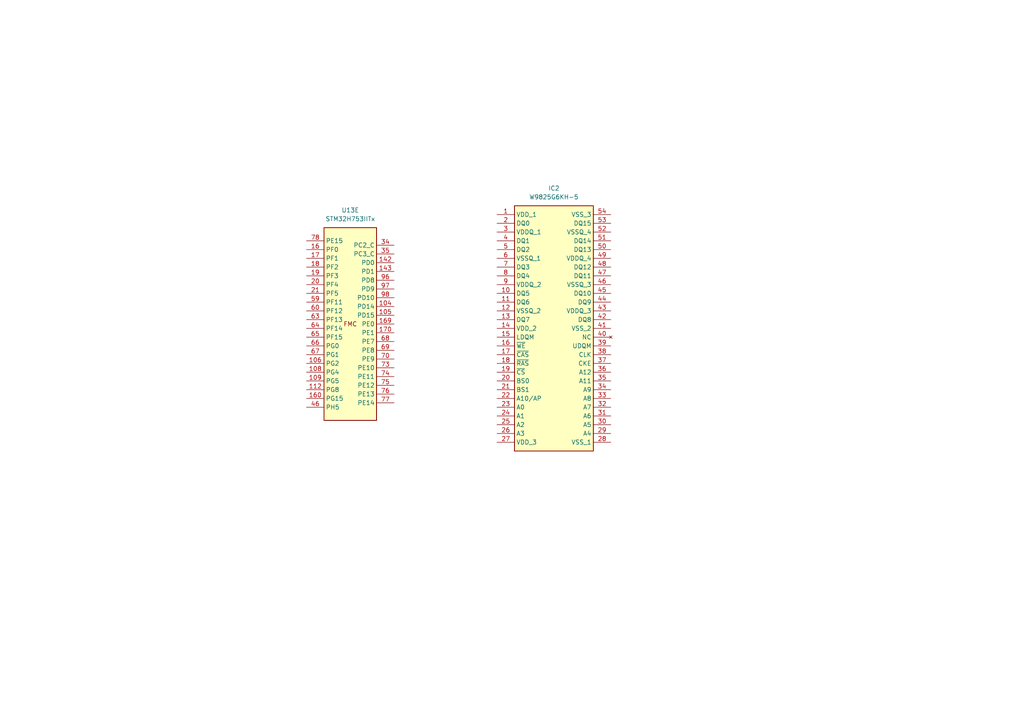
<source format=kicad_sch>
(kicad_sch (version 20231120) (generator "eeschema") (generator_version "8.0")
  (paper "A4")
  (lib_symbols
    (symbol "W9825G6KH-5:W9825G6KH-5"
      (property "Reference" "IC" (at 29.21 7.62 0))
      (property "Value" "W9825G6KH-5" (at 29.21 5.08 0))
      (symbol "W9825G6KH-5_1_1"
        (rectangle (start 5.08 2.54) (end 27.94 -68.58) (stroke (width 0.254)) (fill (type background)))
        (pin passive line (at 0 0 0) (length 5.08) (name "VDD_1") (number "1"))
        (pin passive line (at 0 -22.86 0) (length 5.08) (name "DQ5") (number "10"))
        (pin passive line (at 0 -25.4 0) (length 5.08) (name "DQ6") (number "11"))
        (pin passive line (at 0 -27.94 0) (length 5.08) (name "VSSQ_2") (number "12"))
        (pin passive line (at 0 -30.48 0) (length 5.08) (name "DQ7") (number "13"))
        (pin passive line (at 0 -33.02 0) (length 5.08) (name "VDD_2") (number "14"))
        (pin passive line (at 0 -35.56 0) (length 5.08) (name "LDQM") (number "15"))
        (pin passive line (at 0 -38.1 0) (length 5.08) (name "~{WE}") (number "16"))
        (pin passive line (at 0 -40.64 0) (length 5.08) (name "~{CAS}") (number "17"))
        (pin passive line (at 0 -43.18 0) (length 5.08) (name "~{RAS}") (number "18"))
        (pin passive line (at 0 -45.72 0) (length 5.08) (name "~{CS}") (number "19"))
        (pin passive line (at 0 -2.54 0) (length 5.08) (name "DQ0") (number "2"))
        (pin passive line (at 0 -48.26 0) (length 5.08) (name "BS0") (number "20"))
        (pin passive line (at 0 -50.8 0) (length 5.08) (name "BS1") (number "21"))
        (pin passive line (at 0 -53.34 0) (length 5.08) (name "A10/AP") (number "22"))
        (pin passive line (at 0 -55.88 0) (length 5.08) (name "A0") (number "23"))
        (pin passive line (at 0 -58.42 0) (length 5.08) (name "A1") (number "24"))
        (pin passive line (at 0 -60.96 0) (length 5.08) (name "A2") (number "25"))
        (pin passive line (at 0 -63.5 0) (length 5.08) (name "A3") (number "26"))
        (pin passive line (at 0 -66.04 0) (length 5.08) (name "VDD_3") (number "27"))
        (pin passive line (at 33.02 -66.04 180) (length 5.08) (name "VSS_1") (number "28"))
        (pin passive line (at 33.02 -63.5 180) (length 5.08) (name "A4") (number "29"))
        (pin passive line (at 0 -5.08 0) (length 5.08) (name "VDDQ_1") (number "3"))
        (pin passive line (at 33.02 -60.96 180) (length 5.08) (name "A5") (number "30"))
        (pin passive line (at 33.02 -58.42 180) (length 5.08) (name "A6") (number "31"))
        (pin passive line (at 33.02 -55.88 180) (length 5.08) (name "A7") (number "32"))
        (pin passive line (at 33.02 -53.34 180) (length 5.08) (name "A8") (number "33"))
        (pin passive line (at 33.02 -50.8 180) (length 5.08) (name "A9") (number "34"))
        (pin passive line (at 33.02 -48.26 180) (length 5.08) (name "A11") (number "35"))
        (pin passive line (at 33.02 -45.72 180) (length 5.08) (name "A12") (number "36"))
        (pin passive line (at 33.02 -43.18 180) (length 5.08) (name "CKE") (number "37"))
        (pin passive line (at 33.02 -40.64 180) (length 5.08) (name "CLK") (number "38"))
        (pin passive line (at 33.02 -38.1 180) (length 5.08) (name "UDQM") (number "39"))
        (pin passive line (at 0 -7.62 0) (length 5.08) (name "DQ1") (number "4"))
        (pin no_connect line (at 33.02 -35.56 180) (length 5.08) (name "NC") (number "40"))
        (pin passive line (at 33.02 -33.02 180) (length 5.08) (name "VSS_2") (number "41"))
        (pin passive line (at 33.02 -30.48 180) (length 5.08) (name "DQ8") (number "42"))
        (pin passive line (at 33.02 -27.94 180) (length 5.08) (name "VDDQ_3") (number "43"))
        (pin passive line (at 33.02 -25.4 180) (length 5.08) (name "DQ9") (number "44"))
        (pin passive line (at 33.02 -22.86 180) (length 5.08) (name "DQ10") (number "45"))
        (pin passive line (at 33.02 -20.32 180) (length 5.08) (name "VSSQ_3") (number "46"))
        (pin passive line (at 33.02 -17.78 180) (length 5.08) (name "DQ11") (number "47"))
        (pin passive line (at 33.02 -15.24 180) (length 5.08) (name "DQ12") (number "48"))
        (pin passive line (at 33.02 -12.7 180) (length 5.08) (name "VDDQ_4") (number "49"))
        (pin passive line (at 0 -10.16 0) (length 5.08) (name "DQ2") (number "5"))
        (pin passive line (at 33.02 -10.16 180) (length 5.08) (name "DQ13") (number "50"))
        (pin passive line (at 33.02 -7.62 180) (length 5.08) (name "DQ14") (number "51"))
        (pin passive line (at 33.02 -5.08 180) (length 5.08) (name "VSSQ_4") (number "52"))
        (pin passive line (at 33.02 -2.54 180) (length 5.08) (name "DQ15") (number "53"))
        (pin passive line (at 33.02 0 180) (length 5.08) (name "VSS_3") (number "54"))
        (pin passive line (at 0 -12.7 0) (length 5.08) (name "VSSQ_1") (number "6"))
        (pin passive line (at 0 -15.24 0) (length 5.08) (name "DQ3") (number "7"))
        (pin passive line (at 0 -17.78 0) (length 5.08) (name "DQ4") (number "8"))
        (pin passive line (at 0 -20.32 0) (length 5.08) (name "VDDQ_2") (number "9"))
      )
    )
    (symbol "charger:STM32H753IITx"
      (property "Reference" "U" (at -11.684 0.762 0))
      (property "Value" "STM32H753IITx" (at -23.114 -2.54 0))
      (symbol "STM32H753IITx_1_1"
        (rectangle (start 10.16 25.4) (end -10.16 -25.4) (stroke (width 0.254)) (fill (type background)))
        (pin passive line (at -15.24 1.27 0) (length 5.08) hide (name "VSS") (number "102"))
        (pin power_in line (at 15.24 -2.54 180) (length 5.08) (name "VDD") (number "103"))
        (pin passive line (at -15.24 1.27 0) (length 5.08) hide (name "VSS") (number "113"))
        (pin power_in line (at 15.24 -17.78 180) (length 5.08) (name "VDD33_USB") (number "114"))
        (pin passive line (at -15.24 1.27 0) (length 5.08) hide (name "VSS") (number "126"))
        (pin power_in line (at 15.24 -5.08 180) (length 5.08) (name "VDD") (number "127"))
        (pin passive line (at -15.24 1.27 0) (length 5.08) hide (name "VSS") (number "135"))
        (pin power_in line (at 15.24 -7.62 180) (length 5.08) (name "VDD") (number "136"))
        (pin power_in line (at -15.24 1.27 0) (length 5.08) (name "VSS") (number "14"))
        (pin passive line (at -15.24 1.27 0) (length 5.08) hide (name "VSS") (number "148"))
        (pin power_in line (at 15.24 -10.16 180) (length 5.08) (name "VDD") (number "149"))
        (pin power_in line (at 15.24 17.78 180) (length 5.08) (name "VDD") (number "15"))
        (pin passive line (at -15.24 1.27 0) (length 5.08) hide (name "VSS") (number "158"))
        (pin power_in line (at 15.24 -12.7 180) (length 5.08) (name "VDD") (number "159"))
        (pin power_in line (at 15.24 -15.24 180) (length 5.08) (name "VDD") (number "172"))
        (pin passive line (at -15.24 1.27 0) (length 5.08) hide (name "VSS") (number "22"))
        (pin power_in line (at 15.24 15.24 180) (length 5.08) (name "VDD") (number "23"))
        (pin power_in line (at 15.24 12.7 180) (length 5.08) (name "VDD") (number "36"))
        (pin power_in line (at -15.24 -1.27 0) (length 5.08) (name "VSSA") (number "37"))
        (pin power_in line (at 15.24 -20.32 180) (length 5.08) (name "VDDA") (number "39"))
        (pin passive line (at -15.24 1.27 0) (length 5.08) hide (name "VSS") (number "48"))
        (pin power_in line (at 15.24 10.16 180) (length 5.08) (name "VDD") (number "49"))
        (pin power_in line (at 15.24 20.32 180) (length 5.08) (name "VBAT") (number "6"))
        (pin passive line (at -15.24 1.27 0) (length 5.08) hide (name "VSS") (number "61"))
        (pin power_in line (at 15.24 7.62 180) (length 5.08) (name "VDD") (number "62"))
        (pin passive line (at -15.24 1.27 0) (length 5.08) hide (name "VSS") (number "71"))
        (pin power_in line (at 15.24 5.08 180) (length 5.08) (name "VDD") (number "72"))
        (pin power_in line (at 15.24 2.54 180) (length 5.08) (name "VDD") (number "82"))
        (pin passive line (at -15.24 1.27 0) (length 5.08) hide (name "VSS") (number "90"))
        (pin power_in line (at 15.24 0 180) (length 5.08) (name "VDD") (number "91"))
      )
      (symbol "STM32H753IITx_2_1"
        (rectangle (start -30.48 77.47) (end 30.48 -77.47) (stroke (width 0.254)) (fill (type background)))
        (pin bidirectional line (at 35.56 -71.12 180) (length 5.08) (name "PE2") (number "1"))
        (pin bidirectional line (at 35.56 -17.78 180) (length 5.08) (name "PC15") (number "10"))
        (pin bidirectional line (at 35.56 -53.34 180) (length 5.08) (name "PD12") (number "100"))
        (pin bidirectional line (at 35.56 -55.88 180) (length 5.08) (name "PD13") (number "101"))
        (pin bidirectional line (at -35.56 2.54 0) (length 5.08) (name "PG3") (number "107"))
        (pin bidirectional line (at 35.56 5.08 180) (length 5.08) (name "PC6") (number "115"))
        (pin bidirectional line (at 35.56 2.54 180) (length 5.08) (name "PC7") (number "116"))
        (pin bidirectional line (at 35.56 0 180) (length 5.08) (name "PC8") (number "117"))
        (pin bidirectional line (at -35.56 15.24 0) (length 5.08) (name "PH15") (number "130"))
        (pin bidirectional line (at -35.56 69.85 0) (length 5.08) (name "PI0") (number "131"))
        (pin bidirectional line (at -35.56 67.31 0) (length 5.08) (name "PI1") (number "132"))
        (pin bidirectional line (at -35.56 62.23 0) (length 5.08) (name "PI3") (number "134"))
        (pin bidirectional line (at 35.56 40.64 180) (length 5.08) (name "PA15") (number "138"))
        (pin bidirectional line (at 35.56 -5.08 180) (length 5.08) (name "PC10") (number "139"))
        (pin bidirectional line (at 35.56 -7.62 180) (length 5.08) (name "PC11") (number "140"))
        (pin bidirectional line (at 35.56 -30.48 180) (length 5.08) (name "PD3") (number "145"))
        (pin bidirectional line (at 35.56 -33.02 180) (length 5.08) (name "PD4") (number "146"))
        (pin bidirectional line (at 35.56 -40.64 180) (length 5.08) (name "PD7") (number "151"))
        (pin bidirectional line (at -35.56 -12.7 0) (length 5.08) (name "PG9") (number "152"))
        (pin bidirectional line (at -35.56 -15.24 0) (length 5.08) (name "PG10") (number "153"))
        (pin bidirectional line (at -35.56 -17.78 0) (length 5.08) (name "PG11") (number "154"))
        (pin bidirectional line (at -35.56 -22.86 0) (length 5.08) (name "PG13") (number "156"))
        (pin bidirectional line (at -35.56 -25.4 0) (length 5.08) (name "PG14") (number "157"))
        (pin bidirectional line (at 35.56 25.4 180) (length 5.08) (name "PB4") (number "162"))
        (pin bidirectional line (at 35.56 22.86 180) (length 5.08) (name "PB5") (number "163"))
        (pin bidirectional line (at 35.56 20.32 180) (length 5.08) (name "PB6") (number "164"))
        (pin bidirectional line (at 35.56 17.78 180) (length 5.08) (name "PB7") (number "165"))
        (pin bidirectional line (at -35.56 54.61 0) (length 5.08) (name "PI6") (number "175"))
        (pin bidirectional line (at -35.56 52.07 0) (length 5.08) (name "PI7") (number "176"))
        (pin bidirectional line (at 35.56 -73.66 180) (length 5.08) (name "PE3") (number "2"))
        (pin bidirectional line (at -35.56 -48.26 0) (length 5.08) (name "PF6") (number "24"))
        (pin bidirectional line (at -35.56 -50.8 0) (length 5.08) (name "PF7") (number "25"))
        (pin bidirectional line (at -35.56 -53.34 0) (length 5.08) (name "PF8") (number "26"))
        (pin bidirectional line (at -35.56 -55.88 0) (length 5.08) (name "PF9") (number "27"))
        (pin bidirectional line (at -35.56 46.99 0) (length 5.08) (name "PH0") (number "29"))
        (pin bidirectional line (at -35.56 44.45 0) (length 5.08) (name "PH1") (number "30"))
        (pin bidirectional line (at 35.56 30.48 180) (length 5.08) (name "PB2") (number "58"))
        (pin bidirectional line (at -35.56 49.53 0) (length 5.08) (name "PI8") (number "7"))
        (pin bidirectional line (at 35.56 -12.7 180) (length 5.08) (name "PC13") (number "8"))
        (pin bidirectional line (at -35.56 38.1 0) (length 5.08) (name "PH6") (number "83"))
        (pin bidirectional line (at -35.56 35.56 0) (length 5.08) (name "PH7") (number "84"))
        (pin bidirectional line (at -35.56 30.48 0) (length 5.08) (name "PH9") (number "86"))
        (pin bidirectional line (at -35.56 27.94 0) (length 5.08) (name "PH10") (number "87"))
        (pin bidirectional line (at -35.56 25.4 0) (length 5.08) (name "PH11") (number "88"))
        (pin bidirectional line (at -35.56 22.86 0) (length 5.08) (name "PH12") (number "89"))
        (pin bidirectional line (at 35.56 -15.24 180) (length 5.08) (name "PC14") (number "9"))
        (pin bidirectional line (at 35.56 7.62 180) (length 5.08) (name "PB15") (number "95"))
        (pin bidirectional line (at 35.56 -50.8 180) (length 5.08) (name "PD11") (number "99"))
      )
      (symbol "STM32H753IITx_3_1"
        (rectangle (start -6.35 38.1) (end 6.35 -38.1) (stroke (width 0.254)) (fill (type background)))
        (text "LTDC" (at -2.54 0 0) (effects (font (size 1.27 1.27))))
        (pin bidirectional line (at 11.43 -3.81 180) (length 5.08) (name "PG6") (number "110"))
        (pin bidirectional line (at 11.43 -6.35 180) (length 5.08) (name "PG7") (number "111"))
        (pin bidirectional line (at 11.43 8.89 180) (length 5.08) (name "PC9") (number "118"))
        (pin bidirectional line (at 11.43 26.67 180) (length 5.08) (name "PA8") (number "119"))
        (pin bidirectional line (at 11.43 -31.75 180) (length 5.08) (name "PI10") (number "12"))
        (pin bidirectional line (at 11.43 -21.59 180) (length 5.08) (name "PH14") (number "129"))
        (pin bidirectional line (at 11.43 -34.29 180) (length 5.08) (name "PI11") (number "13"))
        (pin bidirectional line (at 11.43 -24.13 180) (length 5.08) (name "PI2") (number "133"))
        (pin bidirectional line (at 11.43 -8.89 180) (length 5.08) (name "PG12") (number "155"))
        (pin bidirectional line (at 11.43 19.05 180) (length 5.08) (name "PB8") (number "167"))
        (pin bidirectional line (at 11.43 16.51 180) (length 5.08) (name "PB9") (number "168"))
        (pin bidirectional line (at 11.43 -26.67 180) (length 5.08) (name "PI4") (number "173"))
        (pin bidirectional line (at 11.43 -29.21 180) (length 5.08) (name "PI5") (number "174"))
        (pin bidirectional line (at 11.43 -1.27 180) (length 5.08) (name "PF10") (number "28"))
        (pin bidirectional line (at 11.43 6.35 180) (length 5.08) (name "PE4") (number "3"))
        (pin bidirectional line (at 11.43 11.43 180) (length 5.08) (name "PC0") (number "32"))
        (pin bidirectional line (at 11.43 3.81 180) (length 5.08) (name "PE5") (number "4"))
        (pin bidirectional line (at 11.43 -11.43 180) (length 5.08) (name "PH2") (number "43"))
        (pin bidirectional line (at 11.43 -13.97 180) (length 5.08) (name "PH3") (number "44"))
        (pin bidirectional line (at 11.43 -16.51 180) (length 5.08) (name "PH4") (number "45"))
        (pin bidirectional line (at 11.43 1.27 180) (length 5.08) (name "PE6") (number "5"))
        (pin bidirectional line (at 11.43 34.29 180) (length 5.08) (name "PA4") (number "50"))
        (pin bidirectional line (at 11.43 31.75 180) (length 5.08) (name "PA5") (number "51"))
        (pin bidirectional line (at 11.43 29.21 180) (length 5.08) (name "PA6") (number "52"))
        (pin bidirectional line (at 11.43 24.13 180) (length 5.08) (name "PB0") (number "56"))
        (pin bidirectional line (at 11.43 21.59 180) (length 5.08) (name "PB1") (number "57"))
        (pin bidirectional line (at 11.43 13.97 180) (length 5.08) (name "PB10") (number "79"))
        (pin bidirectional line (at 11.43 -19.05 180) (length 5.08) (name "PH8") (number "85"))
      )
      (symbol "STM32H753IITx_4_1"
        (rectangle (start -6.35 12.7) (end 6.35 -12.7) (stroke (width 0.254)) (fill (type background)))
        (text "ETH" (at -2.032 0 0) (effects (font (size 1.27 1.27))))
        (pin bidirectional line (at 11.43 -5.08 180) (length 5.08) (name "PC1") (number "33"))
        (pin bidirectional line (at 11.43 10.16 180) (length 5.08) (name "PA1") (number "41"))
        (pin bidirectional line (at 11.43 7.62 180) (length 5.08) (name "PA2") (number "42"))
        (pin bidirectional line (at 11.43 5.08 180) (length 5.08) (name "PA7") (number "53"))
        (pin bidirectional line (at 11.43 -7.62 180) (length 5.08) (name "PC4") (number "54"))
        (pin bidirectional line (at 11.43 -10.16 180) (length 5.08) (name "PC5") (number "55"))
        (pin bidirectional line (at 11.43 2.54 180) (length 5.08) (name "PB11") (number "80"))
        (pin bidirectional line (at 11.43 0 180) (length 5.08) (name "PB12") (number "92"))
        (pin bidirectional line (at 11.43 -2.54 180) (length 5.08) (name "PB13") (number "93"))
      )
      (symbol "STM32H753IITx_5_1"
        (rectangle (start -7.62 27.94) (end 7.62 -27.94) (stroke (width 0.254)) (fill (type background)))
        (text "FMC" (at 0 0 0) (effects (font (size 1.27 1.27))))
        (pin bidirectional line (at 12.7 5.08 180) (length 5.08) (name "PD14") (number "104"))
        (pin bidirectional line (at 12.7 2.54 180) (length 5.08) (name "PD15") (number "105"))
        (pin bidirectional line (at -12.7 -11.43 0) (length 5.08) (name "PG2") (number "106"))
        (pin bidirectional line (at -12.7 -13.97 0) (length 5.08) (name "PG4") (number "108"))
        (pin bidirectional line (at -12.7 -16.51 0) (length 5.08) (name "PG5") (number "109"))
        (pin bidirectional line (at -12.7 -19.05 0) (length 5.08) (name "PG8") (number "112"))
        (pin bidirectional line (at 12.7 17.78 180) (length 5.08) (name "PD0") (number "142"))
        (pin bidirectional line (at 12.7 15.24 180) (length 5.08) (name "PD1") (number "143"))
        (pin bidirectional line (at -12.7 21.59 0) (length 5.08) (name "PF0") (number "16"))
        (pin bidirectional line (at -12.7 -21.59 0) (length 5.08) (name "PG15") (number "160"))
        (pin bidirectional line (at 12.7 0 180) (length 5.08) (name "PE0") (number "169"))
        (pin bidirectional line (at -12.7 19.05 0) (length 5.08) (name "PF1") (number "17"))
        (pin bidirectional line (at 12.7 -2.54 180) (length 5.08) (name "PE1") (number "170"))
        (pin bidirectional line (at -12.7 16.51 0) (length 5.08) (name "PF2") (number "18"))
        (pin bidirectional line (at -12.7 13.97 0) (length 5.08) (name "PF3") (number "19"))
        (pin bidirectional line (at -12.7 11.43 0) (length 5.08) (name "PF4") (number "20"))
        (pin bidirectional line (at -12.7 8.89 0) (length 5.08) (name "PF5") (number "21"))
        (pin bidirectional line (at 12.7 22.86 180) (length 5.08) (name "PC2_C") (number "34"))
        (pin bidirectional line (at 12.7 20.32 180) (length 5.08) (name "PC3_C") (number "35"))
        (pin bidirectional line (at -12.7 -24.13 0) (length 5.08) (name "PH5") (number "46"))
        (pin bidirectional line (at -12.7 6.35 0) (length 5.08) (name "PF11") (number "59"))
        (pin bidirectional line (at -12.7 3.81 0) (length 5.08) (name "PF12") (number "60"))
        (pin bidirectional line (at -12.7 1.27 0) (length 5.08) (name "PF13") (number "63"))
        (pin bidirectional line (at -12.7 -1.27 0) (length 5.08) (name "PF14") (number "64"))
        (pin bidirectional line (at -12.7 -3.81 0) (length 5.08) (name "PF15") (number "65"))
        (pin bidirectional line (at -12.7 -6.35 0) (length 5.08) (name "PG0") (number "66"))
        (pin bidirectional line (at -12.7 -8.89 0) (length 5.08) (name "PG1") (number "67"))
        (pin bidirectional line (at 12.7 -5.08 180) (length 5.08) (name "PE7") (number "68"))
        (pin bidirectional line (at 12.7 -7.62 180) (length 5.08) (name "PE8") (number "69"))
        (pin bidirectional line (at 12.7 -10.16 180) (length 5.08) (name "PE9") (number "70"))
        (pin bidirectional line (at 12.7 -12.7 180) (length 5.08) (name "PE10") (number "73"))
        (pin bidirectional line (at 12.7 -15.24 180) (length 5.08) (name "PE11") (number "74"))
        (pin bidirectional line (at 12.7 -17.78 180) (length 5.08) (name "PE12") (number "75"))
        (pin bidirectional line (at 12.7 -20.32 180) (length 5.08) (name "PE13") (number "76"))
        (pin bidirectional line (at 12.7 -22.86 180) (length 5.08) (name "PE14") (number "77"))
        (pin bidirectional line (at -12.7 24.13 0) (length 5.08) (name "PE15") (number "78"))
        (pin bidirectional line (at 12.7 12.7 180) (length 5.08) (name "PD8") (number "96"))
        (pin bidirectional line (at 12.7 10.16 180) (length 5.08) (name "PD9") (number "97"))
        (pin bidirectional line (at 12.7 7.62 180) (length 5.08) (name "PD10") (number "98"))
      )
      (symbol "STM32H753IITx_6_1"
        (rectangle (start -7.62 15.24) (end 7.62 -15.24) (stroke (width 0.254)) (fill (type background)))
        (pin bidirectional line (at 12.7 -6.35 180) (length 5.08) (name "PA13") (number "124"))
        (pin power_out line (at 12.7 1.27 180) (length 5.08) (name "VCAP") (number "125"))
        (pin bidirectional line (at 12.7 -8.89 180) (length 5.08) (name "PA14") (number "137"))
        (pin bidirectional line (at 12.7 -11.43 180) (length 5.08) (name "PB3") (number "161"))
        (pin input line (at 12.7 6.35 180) (length 5.08) (name "BOOT0") (number "166"))
        (pin input line (at 12.7 11.43 180) (length 5.08) (name "PDR_ON") (number "171"))
        (pin input line (at 12.7 3.81 180) (length 5.08) (name "NRST") (number "31"))
        (pin input line (at 12.7 8.89 180) (length 5.08) (name "VREF+") (number "38"))
        (pin power_out line (at 12.7 -1.27 180) (length 5.08) (name "VCAP") (number "81"))
      )
      (symbol "STM32H753IITx_7_1"
        (rectangle (start -7.62 24.13) (end 7.62 -24.13) (stroke (width 0.254)) (fill (type background)))
        (text "CAN" (at -2.54 6.096 0) (effects (font (size 1.27 1.27))))
        (text "SDMMC" (at -2.54 -2.54 0) (effects (font (size 1.27 1.27))))
        (text "UART" (at -2.54 -11.43 0) (effects (font (size 1.27 1.27))))
        (text "USART" (at -2.54 -19.05 0) (effects (font (size 1.27 1.27))))
        (text "USB" (at -2.54 16.51 0) (effects (font (size 1.27 1.27))))
        (pin bidirectional line (at 12.7 5.08 180) (length 5.08) (name "PI9") (number "11"))
        (pin bidirectional line (at 12.7 20.32 180) (length 5.08) (name "PA9") (number "120"))
        (pin bidirectional line (at 12.7 17.78 180) (length 5.08) (name "PA10") (number "121"))
        (pin bidirectional line (at 12.7 15.24 180) (length 5.08) (name "PA11") (number "122"))
        (pin bidirectional line (at 12.7 12.7 180) (length 5.08) (name "PA12") (number "123"))
        (pin bidirectional line (at 12.7 7.62 180) (length 5.08) (name "PH13") (number "128"))
        (pin bidirectional line (at 12.7 -10.16 180) (length 5.08) (name "PC12") (number "141"))
        (pin bidirectional line (at 12.7 -12.7 180) (length 5.08) (name "PD2") (number "144"))
        (pin bidirectional line (at 12.7 -20.32 180) (length 5.08) (name "PD5") (number "147"))
        (pin bidirectional line (at 12.7 -5.08 180) (length 5.08) (name "PD6") (number "150"))
        (pin bidirectional line (at 12.7 0 180) (length 5.08) (name "PA0") (number "40"))
        (pin bidirectional line (at 12.7 -17.78 180) (length 5.08) (name "PA3") (number "47"))
        (pin bidirectional line (at 12.7 -2.54 180) (length 5.08) (name "PB14") (number "94"))
      )
    )
  )
  (symbol (lib_id "W9825G6KH-5:W9825G6KH-5") (at 144.145 62.23 0) (unit 1)
    (property "Reference" "IC2" (at 160.655 54.61 0))
    (property "Value" "W9825G6KH-5" (at 160.655 57.15 0))
    (property "Footprint" "Package_SO:TSOP-II-54_22.2x10.16mm_P0.8mm" (effects (hide yes)))
    (property "Datasheet" "https://www.winbond.com/hq/search-resource-file.jsp?partNo=W9825G6KH-5&type=datasheet" (effects (hide yes)))
    (property "Description" "256Mb SDRAM 200MHz TSOPII54" (effects (hide yes)))
    (property "Height" "1.2" (effects (hide yes)))
    (property "Mouser Part Number" "454-W9825G6KH-5" (effects (hide yes)))
    (property "Mouser Price/Stock" "https://www.mouser.co.uk/ProductDetail/Winbond/W9825G6KH-5?qs=qSfuJ%252Bfl%2Fd5GA9vAeXgu7w%3D%3D" (effects (hide yes)))
    (property "Manufacturer_Name" "Winbond" (effects (hide yes)))
    (property "Manufacturer_Part_Number" "W9825G6KH-5" (effects (hide yes)))
  )
  (symbol (lib_id "charger:STM32H753IITx") (at 101.6 93.98 0) (unit 5)
    (property "Reference" "U13" (at 101.6 60.96 0))
    (property "Value" "STM32H753IITx" (at 101.6 63.5 0))
    (property "Footprint" "Package_QFP:LQFP-176_24x24mm_P0.5mm" (effects (hide yes)))
    (property "Datasheet" "https://www.st.com/resource/en/datasheet/stm32h753ii.pdf" (effects (hide yes)))
    (property "Description" "STMicroelectronics Arm Cortex-M7 MCU, 2048KB flash, 1024KB RAM, 480 MHz, 1.62-3.6V, 140 GPIO, LQFP176" (effects (hide yes)))
  )
)
</source>
